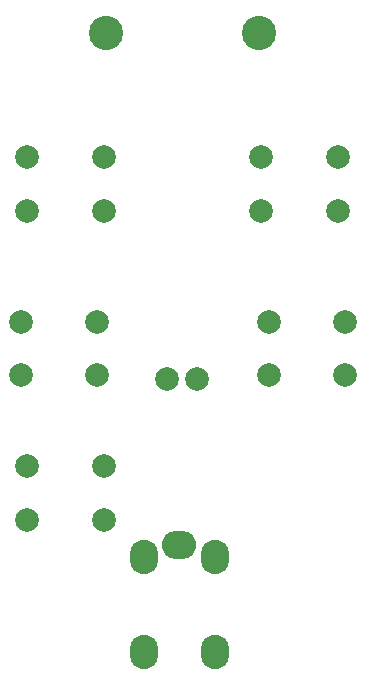
<source format=gbs>
G04 #@! TF.FileFunction,Soldermask,Bot*
%FSLAX46Y46*%
G04 Gerber Fmt 4.6, Leading zero omitted, Abs format (unit mm)*
G04 Created by KiCad (PCBNEW 4.0.1-stable) date 2016/10/28 19:13:38*
%MOMM*%
G01*
G04 APERTURE LIST*
%ADD10C,0.100000*%
%ADD11C,2.000000*%
%ADD12C,2.900000*%
%ADD13O,2.400000X2.900000*%
%ADD14O,2.900000X2.400000*%
G04 APERTURE END LIST*
D10*
D11*
X134250000Y-100750000D03*
X127750000Y-100750000D03*
X134250000Y-96250000D03*
X127750000Y-96250000D03*
X148750000Y-96250000D03*
X155250000Y-96250000D03*
X148750000Y-100750000D03*
X155250000Y-100750000D03*
D12*
X147960000Y-71800000D03*
X134960000Y-71800000D03*
D13*
X138206000Y-124176000D03*
X144206000Y-124176000D03*
X144206000Y-116176000D03*
X138206000Y-116176000D03*
D14*
X141206000Y-115176000D03*
D11*
X134804000Y-86842000D03*
X128304000Y-86842000D03*
X134804000Y-82342000D03*
X128304000Y-82342000D03*
X134804000Y-113004000D03*
X128304000Y-113004000D03*
X134804000Y-108504000D03*
X128304000Y-108504000D03*
X148116000Y-82342000D03*
X154616000Y-82342000D03*
X148116000Y-86842000D03*
X154616000Y-86842000D03*
X142730000Y-101102000D03*
X140190000Y-101102000D03*
M02*

</source>
